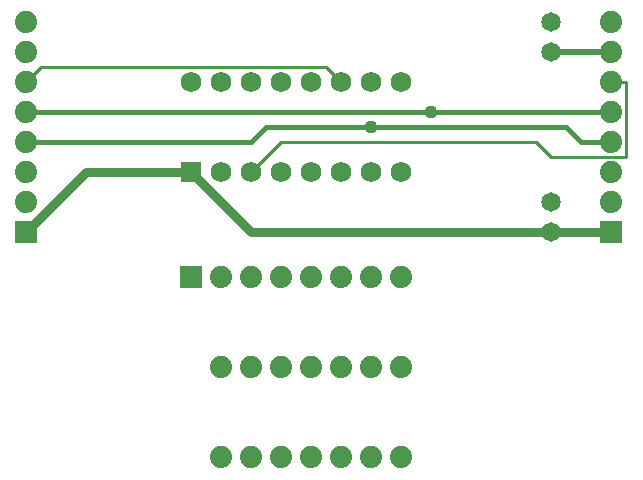
<source format=gbl>
G75*
G70*
%OFA0B0*%
%FSLAX24Y24*%
%IPPOS*%
%LPD*%
%AMOC8*
5,1,8,0,0,1.08239X$1,22.5*
%
%ADD10R,0.0680X0.0680*%
%ADD11C,0.0680*%
%ADD12C,0.0740*%
%ADD13R,0.0740X0.0740*%
%ADD14C,0.0650*%
%ADD15C,0.0200*%
%ADD16C,0.0300*%
%ADD17C,0.0436*%
%ADD18C,0.0160*%
%ADD19C,0.0100*%
D10*
X006987Y010600D03*
D11*
X007987Y010600D03*
X008987Y010600D03*
X009987Y010600D03*
X010987Y010600D03*
X011987Y010600D03*
X012987Y010600D03*
X013987Y010600D03*
X013987Y013600D03*
X012987Y013600D03*
X011987Y013600D03*
X010987Y013600D03*
X009987Y013600D03*
X008987Y013600D03*
X007987Y013600D03*
X006987Y013600D03*
D12*
X007987Y001100D03*
X008987Y001100D03*
X009987Y001100D03*
X010987Y001100D03*
X011987Y001100D03*
X012987Y001100D03*
X013987Y001100D03*
X013987Y004100D03*
X012987Y004100D03*
X011987Y004100D03*
X010987Y004100D03*
X009987Y004100D03*
X008987Y004100D03*
X007987Y004100D03*
X007987Y007100D03*
X008987Y007100D03*
X009987Y007100D03*
X010987Y007100D03*
X011987Y007100D03*
X012987Y007100D03*
X013987Y007100D03*
X020987Y009600D03*
X020987Y010600D03*
X020987Y011600D03*
X020987Y012600D03*
X020987Y013600D03*
X020987Y014600D03*
X020987Y015600D03*
X001487Y015600D03*
X001487Y014600D03*
X001487Y013600D03*
X001487Y012600D03*
X001487Y011600D03*
X001487Y010600D03*
X001487Y009600D03*
D13*
X001487Y008600D03*
X006987Y007100D03*
X020987Y008600D03*
D14*
X018987Y008600D03*
X018987Y009600D03*
X018987Y014600D03*
X018987Y015600D03*
D15*
X018987Y014600D02*
X020987Y014600D01*
D16*
X020987Y008600D02*
X018987Y008600D01*
X008987Y008600D01*
X006987Y010600D01*
X003487Y010600D01*
X001487Y008600D01*
D17*
X012987Y012100D03*
X014987Y012600D03*
D18*
X020987Y012600D01*
X020987Y011600D02*
X019987Y011600D01*
X019487Y012100D01*
X012987Y012100D01*
X009487Y012100D01*
X008987Y011600D01*
X001487Y011600D01*
X001487Y012600D02*
X014987Y012600D01*
D19*
X011987Y013600D02*
X011487Y014100D01*
X001987Y014100D01*
X001487Y013600D01*
X008987Y010600D02*
X009987Y011600D01*
X018487Y011600D01*
X018987Y011100D01*
X021487Y011100D01*
X021487Y013600D01*
X020987Y013600D01*
M02*

</source>
